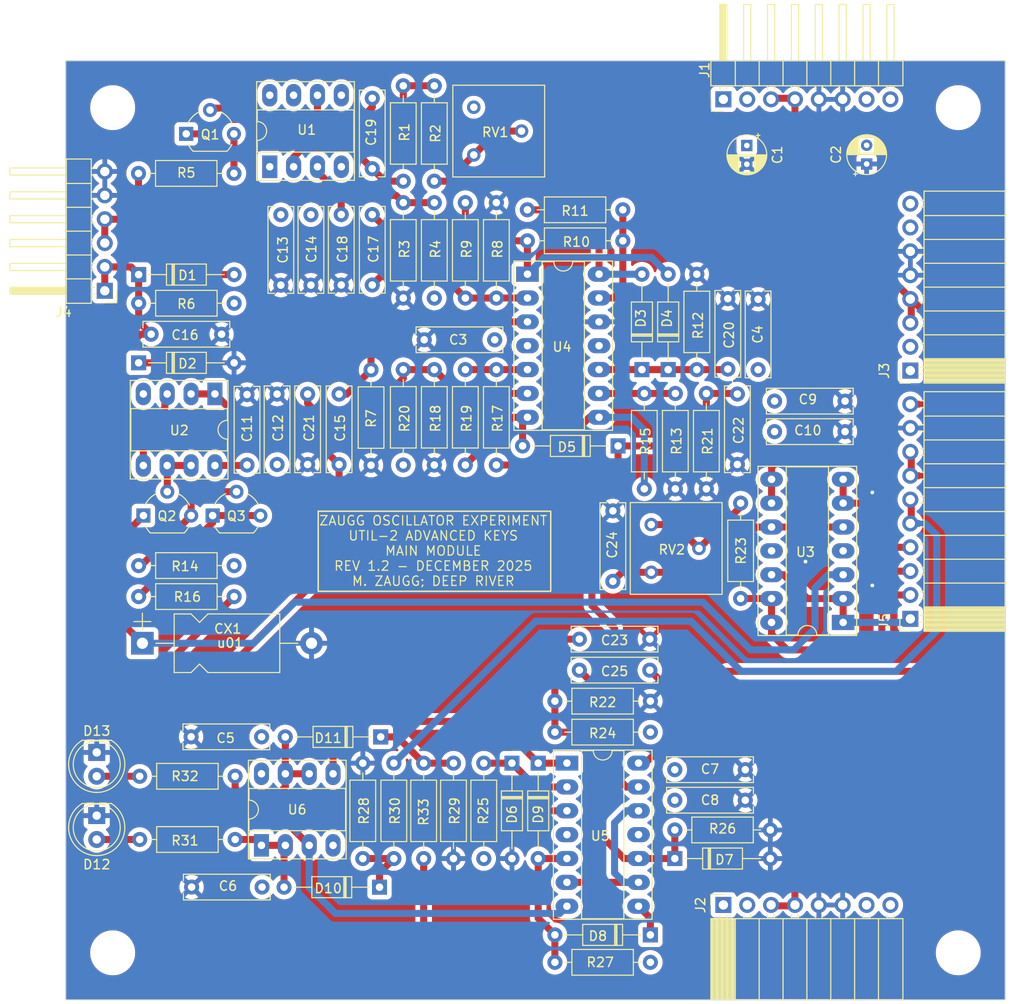
<source format=kicad_pcb>
(kicad_pcb
	(version 20241229)
	(generator "pcbnew")
	(generator_version "9.0")
	(general
		(thickness 1.6)
		(legacy_teardrops no)
	)
	(paper "A4")
	(layers
		(0 "F.Cu" signal)
		(4 "In1.Cu" signal)
		(6 "In2.Cu" signal)
		(2 "B.Cu" signal)
		(9 "F.Adhes" user "F.Adhesive")
		(11 "B.Adhes" user "B.Adhesive")
		(13 "F.Paste" user)
		(15 "B.Paste" user)
		(5 "F.SilkS" user "F.Silkscreen")
		(7 "B.SilkS" user "B.Silkscreen")
		(1 "F.Mask" user)
		(3 "B.Mask" user)
		(17 "Dwgs.User" user "User.Drawings")
		(19 "Cmts.User" user "User.Comments")
		(21 "Eco1.User" user "User.Eco1")
		(23 "Eco2.User" user "User.Eco2")
		(25 "Edge.Cuts" user)
		(27 "Margin" user)
		(31 "F.CrtYd" user "F.Courtyard")
		(29 "B.CrtYd" user "B.Courtyard")
		(35 "F.Fab" user)
		(33 "B.Fab" user)
		(39 "User.1" user)
		(41 "User.2" user)
		(43 "User.3" user)
		(45 "User.4" user)
		(47 "User.5" user)
		(49 "User.6" user)
		(51 "User.7" user)
		(53 "User.8" user)
		(55 "User.9" user)
	)
	(setup
		(stackup
			(layer "F.SilkS"
				(type "Top Silk Screen")
				(color "Black")
			)
			(layer "F.Paste"
				(type "Top Solder Paste")
			)
			(layer "F.Mask"
				(type "Top Solder Mask")
				(color "White")
				(thickness 0.01)
			)
			(layer "F.Cu"
				(type "copper")
				(thickness 0.035)
			)
			(layer "dielectric 1"
				(type "prepreg")
				(thickness 0.1)
				(material "FR4")
				(epsilon_r 4.5)
				(loss_tangent 0.02)
			)
			(layer "In1.Cu"
				(type "copper")
				(thickness 0.035)
			)
			(layer "dielectric 2"
				(type "core")
				(thickness 1.24)
				(material "FR4")
				(epsilon_r 4.5)
				(loss_tangent 0.02)
			)
			(layer "In2.Cu"
				(type "copper")
				(thickness 0.035)
			)
			(layer "dielectric 3"
				(type "prepreg")
				(thickness 0.1)
				(material "FR4")
				(epsilon_r 4.5)
				(loss_tangent 0.02)
			)
			(layer "B.Cu"
				(type "copper")
				(thickness 0.035)
			)
			(layer "B.Mask"
				(type "Bottom Solder Mask")
				(color "White")
				(thickness 0.01)
			)
			(layer "B.Paste"
				(type "Bottom Solder Paste")
			)
			(layer "B.SilkS"
				(type "Bottom Silk Screen")
				(color "Black")
			)
			(copper_finish "None")
			(dielectric_constraints no)
		)
		(pad_to_mask_clearance 0)
		(allow_soldermask_bridges_in_footprints no)
		(tenting front back)
		(pcbplotparams
			(layerselection 0x00000000_00000000_55555555_5755f5ff)
			(plot_on_all_layers_selection 0x00000000_00000000_00000000_00000000)
			(disableapertmacros no)
			(usegerberextensions yes)
			(usegerberattributes yes)
			(usegerberadvancedattributes no)
			(creategerberjobfile no)
			(dashed_line_dash_ratio 12.000000)
			(dashed_line_gap_ratio 3.000000)
			(svgprecision 4)
			(plotframeref no)
			(mode 1)
			(useauxorigin no)
			(hpglpennumber 1)
			(hpglpenspeed 20)
			(hpglpendiameter 15.000000)
			(pdf_front_fp_property_popups yes)
			(pdf_back_fp_property_popups yes)
			(pdf_metadata yes)
			(pdf_single_document no)
			(dxfpolygonmode yes)
			(dxfimperialunits yes)
			(dxfusepcbnewfont yes)
			(psnegative no)
			(psa4output no)
			(plot_black_and_white yes)
			(sketchpadsonfab no)
			(plotpadnumbers no)
			(hidednponfab no)
			(sketchdnponfab yes)
			(crossoutdnponfab yes)
			(subtractmaskfromsilk yes)
			(outputformat 1)
			(mirror no)
			(drillshape 0)
			(scaleselection 1)
			(outputdirectory "Outputs/")
		)
	)
	(net 0 "")
	(net 1 "+12V")
	(net 2 "GND")
	(net 3 "-12V")
	(net 4 "Net-(U4A-+)")
	(net 5 "Trigger_Input")
	(net 6 "Keyboard_Bus")
	(net 7 "Net-(U4A--)")
	(net 8 "Net-(D4-A)")
	(net 9 "Net-(U1-+)")
	(net 10 "Net-(U1--)")
	(net 11 "Net-(Q1-B)")
	(net 12 "Net-(D3-K)")
	(net 13 "Net-(U4B--)")
	(net 14 "Net-(D5-K)")
	(net 15 "Net-(U5B--)")
	(net 16 "GLP2")
	(net 17 "Net-(D7-K)")
	(net 18 "Net-(C25-Pad2)")
	(net 19 "Net-(Q2-D)")
	(net 20 "Net-(D1-A)")
	(net 21 "Net-(D3-A)")
	(net 22 "Net-(D5-A)")
	(net 23 "Net-(D6-K)")
	(net 24 "Net-(D8-K)")
	(net 25 "Net-(D8-A)")
	(net 26 "Gate_Trigger")
	(net 27 "Net-(D10-K)")
	(net 28 "Net-(D10-A)")
	(net 29 "Net-(D11-K)")
	(net 30 "Net-(D11-A)")
	(net 31 "Net-(D12-A)")
	(net 32 "Net-(D13-A)")
	(net 33 "+5V")
	(net 34 "Keyboard_Power")
	(net 35 "CV1")
	(net 36 "CV2")
	(net 37 "CV3")
	(net 38 "CV4")
	(net 39 "TRIGGER_OUT")
	(net 40 "GATE_OUT")
	(net 41 "Net-(Q1-E)")
	(net 42 "Net-(Q1-C)")
	(net 43 "Net-(Q2-S)")
	(net 44 "Net-(Q2-G)")
	(net 45 "Net-(Q3-D)")
	(net 46 "Net-(R2-Pad1)")
	(net 47 "Net-(U4D--)")
	(net 48 "Net-(U4C--)")
	(net 49 "Net-(R15-Pad2)")
	(net 50 "S&H_Trigger")
	(net 51 "Net-(U4B-+)")
	(net 52 "GLP1")
	(net 53 "unconnected-(U1-NULL-Pad1)")
	(net 54 "unconnected-(U1-NULL-Pad5)")
	(net 55 "unconnected-(U1-NC-Pad8)")
	(footprint "Resistor_THT:R_Axial_DIN0207_L6.3mm_D2.5mm_P10.16mm_Horizontal" (layer "F.Cu") (at 34.925 74.803 -90))
	(footprint "Diode_THT:D_DO-35_SOD27_P10.16mm_Horizontal" (layer "F.Cu") (at 50.292 74.803 -90))
	(footprint "Resistor_THT:R_Axial_DIN0207_L6.3mm_D2.5mm_P10.16mm_Horizontal" (layer "F.Cu") (at 38.1 84.963 90))
	(footprint "MountingHole:MountingHole_4.3mm_M4" (layer "F.Cu") (at 95 95))
	(footprint "Resistor_THT:R_Axial_DIN0207_L6.3mm_D2.5mm_P10.16mm_Horizontal" (layer "F.Cu") (at 44.5008 84.963 90))
	(footprint "Resistor_THT:R_Axial_DIN0207_L6.3mm_D2.5mm_P10.16mm_Horizontal" (layer "F.Cu") (at 42.535 43.055 90))
	(footprint "Resistor_THT:R_Axial_DIN0207_L6.3mm_D2.5mm_P10.16mm_Horizontal" (layer "F.Cu") (at 45.837 43.055 90))
	(footprint "Resistor_THT:R_Axial_DIN0207_L6.3mm_D2.5mm_P10.16mm_Horizontal" (layer "F.Cu") (at 62.23 68.199 180))
	(footprint "MountingHole:MountingHole_4.3mm_M4" (layer "F.Cu") (at 5 95))
	(footprint "Diode_THT:D_DO-35_SOD27_P10.16mm_Horizontal" (layer "F.Cu") (at 61.331 32.895 90))
	(footprint "Package_DIP:DIP-8_W7.62mm_Socket_LongPads" (layer "F.Cu") (at 20.838 83.556 90))
	(footprint "Resistor_THT:R_Axial_DIN0207_L6.3mm_D2.5mm_P10.16mm_Horizontal" (layer "F.Cu") (at 7.874 82.931))
	(footprint "Resistor_THT:R_Axial_DIN0207_L6.3mm_D2.5mm_P10.16mm_Horizontal" (layer "F.Cu") (at 39.233 15.115 -90))
	(footprint "Resistor_THT:R_Axial_DIN0207_L6.3mm_D2.5mm_P10.16mm_Horizontal" (layer "F.Cu") (at 49.139 19.179))
	(footprint "Resistor_THT:R_Axial_DIN0207_L6.3mm_D2.5mm_P10.16mm_Horizontal" (layer "F.Cu") (at 17.924662 53.764 180))
	(footprint "Capacitor_THT:C_Rect_L9.0mm_W2.5mm_P7.50mm_MKT" (layer "F.Cu") (at 62.17 61.595 180))
	(footprint "Connector_PinSocket_2.54mm:PinSocket_1x08_P2.54mm_Horizontal" (layer "F.Cu") (at 70 89.9 90))
	(footprint "Connector_PinHeader_2.54mm:PinHeader_1x08_P2.54mm_Horizontal" (layer "F.Cu") (at 70 4.11 90))
	(footprint "Package_DIP:DIP-14_W7.62mm_Socket_LongPads" (layer "F.Cu") (at 49.149 22.73))
	(footprint "Connector_PinSocket_2.54mm:PinSocket_1x08_P2.54mm_Horizontal" (layer "F.Cu") (at 89.9 33 180))
	(footprint "Diode_THT:D_DO-35_SOD27_P10.16mm_Horizontal" (layer "F.Cu") (at 33.528 72.009 180))
	(footprint "Resistor_THT:R_Axial_DIN0207_L6.3mm_D2.5mm_P10.16mm_Horizontal" (layer "F.Cu") (at 7.75 12))
	(footprint "Diode_THT:D_DO-35_SOD27_P10.16mm_Horizontal" (layer "F.Cu") (at 62.23 93.091 180))
	(footprint "Package_DIP:DIP-8_W7.62mm_Socket_LongPads" (layer "F.Cu") (at 15.882662 35.486 -90))
	(footprint "Capacitor_THT:C_Rect_L9.0mm_W2.5mm_P7.50mm_MKT" (layer "F.Cu") (at 71.491 42.995 90))
	(footprint "Package_TO_SOT_THT:TO-92_Wide" (layer "F.Cu") (at 15.638662 48.438))
	(footprint "Capacitor_THT:C_Rect_L9.0mm_W2.5mm_P7.50mm_MKT" (layer "F.Cu") (at 26.1 23.9 90))
	(footprint "Resistor_THT:R_Axial_DIN0207_L6.3mm_D2.5mm_P10.16mm_Horizontal" (layer "F.Cu") (at 7.764662 25.824))
	(footprint "Capacitor_THT:C_Rect_L9.0mm_W2.5mm_P7.50mm_MKT"
		(layer "F.Cu")
		(uuid "4033107d-ac76-4026-beb6-02cc293a2f2c")
		(at 20.85 72 180)
		(descr "C, Rect series, Radial, pin pitch=7.50mm, , length*width=9*2.5mm^2, Capacitor, https://en.tdk.eu/inf/20/20/db/fc_2009/MKT_B32560_564.pdf")
		(tags "C Rect series Radial pin pitch 7.50mm  length 9mm width 2.5mm Capacitor")
		(property "Reference" "C5"
			(at 3.832 -0.136 0)
			(layer "F.SilkS")
			(uuid "19236ef2-c4fe-4925-9d10-403725d47f27")
			(effects
				(font
					(size 1 1)
					(thickness 0.153)
				)
			)
		)
		(property "Value" "0u1"
			(a
... [2111665 chars truncated]
</source>
